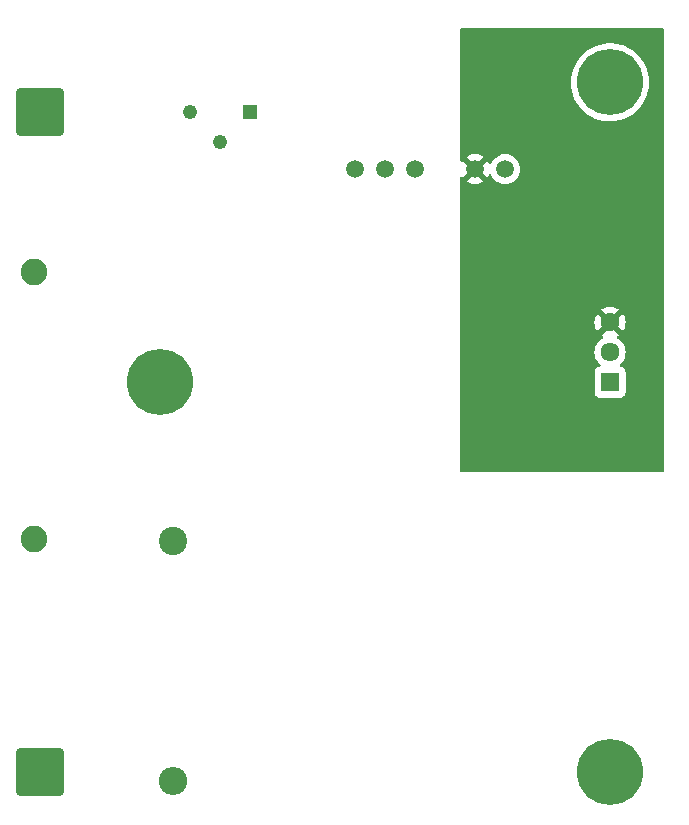
<source format=gbr>
%TF.GenerationSoftware,KiCad,Pcbnew,(6.0.8)*%
%TF.CreationDate,2023-01-11T15:10:28+01:00*%
%TF.ProjectId,TSAL_Voltage_Sensor,5453414c-5f56-46f6-9c74-6167655f5365,rev?*%
%TF.SameCoordinates,Original*%
%TF.FileFunction,Copper,L2,Bot*%
%TF.FilePolarity,Positive*%
%FSLAX46Y46*%
G04 Gerber Fmt 4.6, Leading zero omitted, Abs format (unit mm)*
G04 Created by KiCad (PCBNEW (6.0.8)) date 2023-01-11 15:10:28*
%MOMM*%
%LPD*%
G01*
G04 APERTURE LIST*
G04 Aperture macros list*
%AMRoundRect*
0 Rectangle with rounded corners*
0 $1 Rounding radius*
0 $2 $3 $4 $5 $6 $7 $8 $9 X,Y pos of 4 corners*
0 Add a 4 corners polygon primitive as box body*
4,1,4,$2,$3,$4,$5,$6,$7,$8,$9,$2,$3,0*
0 Add four circle primitives for the rounded corners*
1,1,$1+$1,$2,$3*
1,1,$1+$1,$4,$5*
1,1,$1+$1,$6,$7*
1,1,$1+$1,$8,$9*
0 Add four rect primitives between the rounded corners*
20,1,$1+$1,$2,$3,$4,$5,0*
20,1,$1+$1,$4,$5,$6,$7,0*
20,1,$1+$1,$6,$7,$8,$9,0*
20,1,$1+$1,$8,$9,$2,$3,0*%
G04 Aperture macros list end*
%TA.AperFunction,ComponentPad*%
%ADD10R,1.217000X1.217000*%
%TD*%
%TA.AperFunction,ComponentPad*%
%ADD11C,1.217000*%
%TD*%
%TA.AperFunction,ComponentPad*%
%ADD12C,5.600000*%
%TD*%
%TA.AperFunction,ComponentPad*%
%ADD13R,1.610000X1.610000*%
%TD*%
%TA.AperFunction,ComponentPad*%
%ADD14C,1.610000*%
%TD*%
%TA.AperFunction,ComponentPad*%
%ADD15RoundRect,0.250000X-1.750000X-1.750000X1.750000X-1.750000X1.750000X1.750000X-1.750000X1.750000X0*%
%TD*%
%TA.AperFunction,ComponentPad*%
%ADD16C,2.250000*%
%TD*%
%TA.AperFunction,ComponentPad*%
%ADD17C,2.400000*%
%TD*%
%TA.AperFunction,ComponentPad*%
%ADD18O,2.400000X2.400000*%
%TD*%
%TA.AperFunction,ComponentPad*%
%ADD19C,1.500000*%
%TD*%
G04 APERTURE END LIST*
D10*
%TO.P,RV1,1,CCW*%
%TO.N,0*%
X101600000Y-63500000D03*
D11*
%TO.P,RV1,2,WIPER*%
%TO.N,Net-(CP1-Pad4)*%
X99060000Y-66040000D03*
%TO.P,RV1,3,CW*%
%TO.N,+5V*%
X96520000Y-63500000D03*
%TD*%
D12*
%TO.P,REF\u002A\u002A,1*%
%TO.N,N/C*%
X93980000Y-86360000D03*
%TD*%
%TO.P,,1*%
%TO.N,N/C*%
X132080000Y-119380000D03*
%TD*%
D13*
%TO.P,J1,1,1*%
%TO.N,Exit*%
X132080000Y-86360000D03*
D14*
%TO.P,J1,2,2*%
%TO.N,+5VA*%
X132080000Y-83820000D03*
%TO.P,J1,3,3*%
%TO.N,GND*%
X132080000Y-81280000D03*
%TD*%
D15*
%TO.P,TP2,1,1*%
%TO.N,0*%
X83820000Y-63500000D03*
%TD*%
%TO.P,TP1,1,1*%
%TO.N,+BATT*%
X83820000Y-119380000D03*
%TD*%
D16*
%TO.P,F1,1*%
%TO.N,Net-(F1-Pad1)*%
X83339117Y-99600885D03*
%TO.P,F1,2*%
%TO.N,Net-(CP1-Pad3)*%
X83339117Y-77000885D03*
%TD*%
D12*
%TO.P,,1*%
%TO.N,N/C*%
X132080000Y-60960000D03*
%TD*%
D17*
%TO.P,R1,1*%
%TO.N,Net-(F1-Pad1)*%
X95085306Y-99757822D03*
D18*
%TO.P,R1,2*%
%TO.N,+BATT*%
X95085306Y-120077822D03*
%TD*%
D19*
%TO.P,PS1,1,VIN*%
%TO.N,+5VA*%
X123190000Y-68315000D03*
%TO.P,PS1,2,GND*%
%TO.N,GND*%
X120650000Y-68315000D03*
%TO.P,PS1,4,0V*%
%TO.N,0*%
X115570000Y-68315000D03*
%TO.P,PS1,5,NO_PIN*%
%TO.N,unconnected-(PS1-Pad5)*%
X113030000Y-68315000D03*
%TO.P,PS1,6,+VO*%
%TO.N,+5V*%
X110490000Y-68315000D03*
%TD*%
%TA.AperFunction,Conductor*%
%TO.N,GND*%
G36*
X136593621Y-56408502D02*
G01*
X136640114Y-56462158D01*
X136651500Y-56514500D01*
X136651500Y-93854000D01*
X136631498Y-93922121D01*
X136577842Y-93968614D01*
X136525500Y-93980000D01*
X119506000Y-93980000D01*
X119437879Y-93959998D01*
X119391386Y-93906342D01*
X119380000Y-93854000D01*
X119380000Y-83820000D01*
X130761483Y-83820000D01*
X130781514Y-84048958D01*
X130840999Y-84270959D01*
X130938131Y-84479258D01*
X131069957Y-84667526D01*
X131232474Y-84830043D01*
X131235007Y-84831817D01*
X131273921Y-84890305D01*
X131275047Y-84961293D01*
X131237616Y-85021621D01*
X131179494Y-85047515D01*
X131180222Y-85050575D01*
X131172540Y-85052402D01*
X131164684Y-85053255D01*
X131028295Y-85104385D01*
X130911739Y-85191739D01*
X130824385Y-85308295D01*
X130773255Y-85444684D01*
X130766500Y-85506866D01*
X130766500Y-87213134D01*
X130773255Y-87275316D01*
X130824385Y-87411705D01*
X130911739Y-87528261D01*
X131028295Y-87615615D01*
X131164684Y-87666745D01*
X131226866Y-87673500D01*
X132933134Y-87673500D01*
X132995316Y-87666745D01*
X133131705Y-87615615D01*
X133248261Y-87528261D01*
X133335615Y-87411705D01*
X133386745Y-87275316D01*
X133393500Y-87213134D01*
X133393500Y-85506866D01*
X133386745Y-85444684D01*
X133335615Y-85308295D01*
X133248261Y-85191739D01*
X133131705Y-85104385D01*
X132995316Y-85053255D01*
X132987460Y-85052402D01*
X132979778Y-85050575D01*
X132980427Y-85047847D01*
X132927209Y-85025723D01*
X132886793Y-84967352D01*
X132884351Y-84896398D01*
X132925033Y-84831789D01*
X132927526Y-84830043D01*
X133090043Y-84667526D01*
X133221869Y-84479258D01*
X133319001Y-84270959D01*
X133378486Y-84048958D01*
X133398517Y-83820000D01*
X133378486Y-83591042D01*
X133319001Y-83369041D01*
X133221869Y-83160742D01*
X133090043Y-82972474D01*
X132927526Y-82809957D01*
X132923018Y-82806800D01*
X132923015Y-82806798D01*
X132743768Y-82681288D01*
X132743765Y-82681286D01*
X132739259Y-82678131D01*
X132708781Y-82663919D01*
X132655496Y-82617002D01*
X132636035Y-82548725D01*
X132656577Y-82480765D01*
X132708781Y-82435529D01*
X132734023Y-82423758D01*
X132743513Y-82418280D01*
X132796640Y-82381080D01*
X132805014Y-82370604D01*
X132797948Y-82357159D01*
X132092811Y-81652021D01*
X132078868Y-81644408D01*
X132077034Y-81644539D01*
X132070420Y-81648790D01*
X131361329Y-82357882D01*
X131354902Y-82369652D01*
X131364198Y-82381667D01*
X131416487Y-82418280D01*
X131425977Y-82423758D01*
X131451219Y-82435529D01*
X131504504Y-82482446D01*
X131523965Y-82550723D01*
X131503423Y-82618683D01*
X131451220Y-82663918D01*
X131425728Y-82675805D01*
X131425719Y-82675810D01*
X131420742Y-82678131D01*
X131232474Y-82809957D01*
X131069957Y-82972474D01*
X130938131Y-83160742D01*
X130840999Y-83369041D01*
X130781514Y-83591042D01*
X130761483Y-83820000D01*
X119380000Y-83820000D01*
X119380000Y-81285475D01*
X130762464Y-81285475D01*
X130781530Y-81503391D01*
X130783433Y-81514186D01*
X130840048Y-81725478D01*
X130843794Y-81735770D01*
X130936240Y-81934020D01*
X130941723Y-81943515D01*
X130978920Y-81996638D01*
X130989397Y-82005013D01*
X131002843Y-81997946D01*
X131707979Y-81292811D01*
X131714356Y-81281132D01*
X132444408Y-81281132D01*
X132444539Y-81282966D01*
X132448790Y-81289580D01*
X133157881Y-81998670D01*
X133169651Y-82005097D01*
X133181665Y-81995803D01*
X133218277Y-81943515D01*
X133223760Y-81934020D01*
X133316206Y-81735770D01*
X133319952Y-81725478D01*
X133376567Y-81514186D01*
X133378470Y-81503391D01*
X133397536Y-81285475D01*
X133397536Y-81274525D01*
X133378470Y-81056609D01*
X133376567Y-81045814D01*
X133319952Y-80834522D01*
X133316206Y-80824230D01*
X133223760Y-80625980D01*
X133218277Y-80616485D01*
X133181080Y-80563362D01*
X133170603Y-80554987D01*
X133157157Y-80562054D01*
X132452021Y-81267189D01*
X132444408Y-81281132D01*
X131714356Y-81281132D01*
X131715592Y-81278868D01*
X131715461Y-81277034D01*
X131711210Y-81270420D01*
X131002119Y-80561330D01*
X130990349Y-80554903D01*
X130978335Y-80564197D01*
X130941723Y-80616485D01*
X130936240Y-80625980D01*
X130843794Y-80824230D01*
X130840048Y-80834522D01*
X130783433Y-81045814D01*
X130781530Y-81056609D01*
X130762464Y-81274525D01*
X130762464Y-81285475D01*
X119380000Y-81285475D01*
X119380000Y-80189397D01*
X131354987Y-80189397D01*
X131362054Y-80202843D01*
X132067189Y-80907979D01*
X132081132Y-80915592D01*
X132082966Y-80915461D01*
X132089580Y-80911210D01*
X132798671Y-80202118D01*
X132805098Y-80190348D01*
X132795802Y-80178333D01*
X132743513Y-80141720D01*
X132734023Y-80136241D01*
X132535770Y-80043794D01*
X132525478Y-80040048D01*
X132314186Y-79983433D01*
X132303391Y-79981530D01*
X132085475Y-79962464D01*
X132074525Y-79962464D01*
X131856609Y-79981530D01*
X131845814Y-79983433D01*
X131634522Y-80040048D01*
X131624230Y-80043794D01*
X131425980Y-80136240D01*
X131416485Y-80141723D01*
X131363362Y-80178920D01*
X131354987Y-80189397D01*
X119380000Y-80189397D01*
X119380000Y-69365161D01*
X119964393Y-69365161D01*
X119973687Y-69377175D01*
X120014088Y-69405464D01*
X120023584Y-69410947D01*
X120213113Y-69499326D01*
X120223405Y-69503072D01*
X120425401Y-69557196D01*
X120436196Y-69559099D01*
X120644525Y-69577326D01*
X120655475Y-69577326D01*
X120863804Y-69559099D01*
X120874599Y-69557196D01*
X121076595Y-69503072D01*
X121086887Y-69499326D01*
X121276416Y-69410947D01*
X121285912Y-69405464D01*
X121327148Y-69376590D01*
X121335523Y-69366112D01*
X121328457Y-69352668D01*
X120662811Y-68687021D01*
X120648868Y-68679408D01*
X120647034Y-68679539D01*
X120640420Y-68683790D01*
X119970820Y-69353391D01*
X119964393Y-69365161D01*
X119380000Y-69365161D01*
X119380000Y-69087582D01*
X119400002Y-69019461D01*
X119453658Y-68972968D01*
X119523932Y-68962864D01*
X119584671Y-68989160D01*
X119598887Y-69000523D01*
X119612334Y-68993455D01*
X120277979Y-68327811D01*
X120284356Y-68316132D01*
X121014408Y-68316132D01*
X121014539Y-68317966D01*
X121018790Y-68324580D01*
X121688391Y-68994180D01*
X121700161Y-69000607D01*
X121712176Y-68991311D01*
X121740466Y-68950907D01*
X121745946Y-68941417D01*
X121805529Y-68813640D01*
X121852446Y-68760355D01*
X121920724Y-68740894D01*
X121988684Y-68761436D01*
X122033919Y-68813640D01*
X122093618Y-68941666D01*
X122093621Y-68941671D01*
X122095944Y-68946653D01*
X122099100Y-68951160D01*
X122099101Y-68951162D01*
X122194624Y-69087582D01*
X122222251Y-69127038D01*
X122377962Y-69282749D01*
X122558346Y-69409056D01*
X122757924Y-69502120D01*
X122970629Y-69559115D01*
X123190000Y-69578307D01*
X123409371Y-69559115D01*
X123622076Y-69502120D01*
X123821654Y-69409056D01*
X124002038Y-69282749D01*
X124157749Y-69127038D01*
X124185377Y-69087582D01*
X124280899Y-68951162D01*
X124280900Y-68951160D01*
X124284056Y-68946653D01*
X124286379Y-68941671D01*
X124286382Y-68941666D01*
X124346081Y-68813640D01*
X124377120Y-68747076D01*
X124434115Y-68534371D01*
X124453307Y-68315000D01*
X124434115Y-68095629D01*
X124377120Y-67882924D01*
X124286498Y-67688583D01*
X124286382Y-67688334D01*
X124286379Y-67688329D01*
X124284056Y-67683347D01*
X124255345Y-67642343D01*
X124160908Y-67507473D01*
X124160906Y-67507470D01*
X124157749Y-67502962D01*
X124002038Y-67347251D01*
X123821654Y-67220944D01*
X123622076Y-67127880D01*
X123409371Y-67070885D01*
X123190000Y-67051693D01*
X122970629Y-67070885D01*
X122757924Y-67127880D01*
X122664562Y-67171415D01*
X122563334Y-67218618D01*
X122563329Y-67218621D01*
X122558347Y-67220944D01*
X122553840Y-67224100D01*
X122553838Y-67224101D01*
X122382473Y-67344092D01*
X122382470Y-67344094D01*
X122377962Y-67347251D01*
X122222251Y-67502962D01*
X122219094Y-67507470D01*
X122219092Y-67507473D01*
X122124655Y-67642343D01*
X122095944Y-67683347D01*
X122093621Y-67688329D01*
X122093618Y-67688334D01*
X122033919Y-67816360D01*
X121987002Y-67869645D01*
X121918724Y-67889106D01*
X121850764Y-67868564D01*
X121805529Y-67816360D01*
X121745946Y-67688583D01*
X121740466Y-67679093D01*
X121711589Y-67637851D01*
X121701113Y-67629477D01*
X121687666Y-67636545D01*
X121022021Y-68302189D01*
X121014408Y-68316132D01*
X120284356Y-68316132D01*
X120285592Y-68313868D01*
X120285461Y-68312034D01*
X120281210Y-68305420D01*
X119611609Y-67635820D01*
X119599839Y-67629393D01*
X119583101Y-67642343D01*
X119516983Y-67668206D01*
X119447378Y-67654218D01*
X119396385Y-67604819D01*
X119380000Y-67542686D01*
X119380000Y-67263887D01*
X119964477Y-67263887D01*
X119971545Y-67277334D01*
X120637189Y-67942979D01*
X120651132Y-67950592D01*
X120652966Y-67950461D01*
X120659580Y-67946210D01*
X121329180Y-67276609D01*
X121335607Y-67264839D01*
X121326313Y-67252825D01*
X121285912Y-67224536D01*
X121276416Y-67219053D01*
X121086887Y-67130674D01*
X121076595Y-67126928D01*
X120874599Y-67072804D01*
X120863804Y-67070901D01*
X120655475Y-67052674D01*
X120644525Y-67052674D01*
X120436196Y-67070901D01*
X120425401Y-67072804D01*
X120223405Y-67126928D01*
X120213113Y-67130674D01*
X120023583Y-67219054D01*
X120014093Y-67224534D01*
X119972851Y-67253411D01*
X119964477Y-67263887D01*
X119380000Y-67263887D01*
X119380000Y-60948434D01*
X128766661Y-60948434D01*
X128784792Y-61306340D01*
X128785329Y-61309695D01*
X128785330Y-61309701D01*
X128790316Y-61340828D01*
X128841470Y-61660195D01*
X128936033Y-62005859D01*
X129067374Y-62339288D01*
X129233957Y-62656582D01*
X129235858Y-62659411D01*
X129235864Y-62659421D01*
X129419569Y-62932800D01*
X129433834Y-62954029D01*
X129664665Y-63228150D01*
X129923751Y-63475738D01*
X130208061Y-63693897D01*
X130240056Y-63713350D01*
X130511355Y-63878303D01*
X130511360Y-63878306D01*
X130514270Y-63880075D01*
X130517358Y-63881521D01*
X130517357Y-63881521D01*
X130835710Y-64030649D01*
X130835720Y-64030653D01*
X130838794Y-64032093D01*
X130842012Y-64033195D01*
X130842015Y-64033196D01*
X131174615Y-64147071D01*
X131174623Y-64147073D01*
X131177838Y-64148174D01*
X131527435Y-64226959D01*
X131579728Y-64232917D01*
X131880114Y-64267142D01*
X131880122Y-64267142D01*
X131883497Y-64267527D01*
X131886901Y-64267545D01*
X131886904Y-64267545D01*
X132081227Y-64268562D01*
X132241857Y-64269403D01*
X132245243Y-64269053D01*
X132245245Y-64269053D01*
X132594932Y-64232917D01*
X132594941Y-64232916D01*
X132598324Y-64232566D01*
X132601657Y-64231852D01*
X132601660Y-64231851D01*
X132774186Y-64194864D01*
X132948727Y-64157446D01*
X133288968Y-64044922D01*
X133615066Y-63896311D01*
X133709052Y-63840506D01*
X133920262Y-63715099D01*
X133920267Y-63715096D01*
X133923207Y-63713350D01*
X134209786Y-63498180D01*
X134471451Y-63253319D01*
X134705140Y-62981630D01*
X134811750Y-62826512D01*
X134906190Y-62689101D01*
X134906195Y-62689094D01*
X134908120Y-62686292D01*
X134909732Y-62683298D01*
X134909737Y-62683290D01*
X135076395Y-62373772D01*
X135078017Y-62370760D01*
X135212842Y-62038724D01*
X135223142Y-62002568D01*
X135243527Y-61931006D01*
X135311020Y-61694070D01*
X135371401Y-61340828D01*
X135373511Y-61306340D01*
X135393168Y-60984928D01*
X135393278Y-60983131D01*
X135393359Y-60960000D01*
X135373979Y-60602159D01*
X135316066Y-60248505D01*
X135220297Y-59903173D01*
X135217243Y-59895497D01*
X135089052Y-59573369D01*
X135087793Y-59570205D01*
X135057768Y-59513498D01*
X134921702Y-59256513D01*
X134921698Y-59256506D01*
X134920103Y-59253494D01*
X134719190Y-58956746D01*
X134487403Y-58683432D01*
X134227454Y-58436750D01*
X133942384Y-58219585D01*
X133939472Y-58217828D01*
X133939467Y-58217825D01*
X133638443Y-58036236D01*
X133638437Y-58036233D01*
X133635528Y-58034478D01*
X133310475Y-57883593D01*
X133140751Y-57826145D01*
X132974255Y-57769789D01*
X132974250Y-57769788D01*
X132971028Y-57768697D01*
X132772681Y-57724724D01*
X132624493Y-57691871D01*
X132624487Y-57691870D01*
X132621158Y-57691132D01*
X132617769Y-57690758D01*
X132617764Y-57690757D01*
X132268338Y-57652180D01*
X132268333Y-57652180D01*
X132264957Y-57651807D01*
X132261558Y-57651801D01*
X132261557Y-57651801D01*
X132092080Y-57651505D01*
X131906592Y-57651182D01*
X131793413Y-57663277D01*
X131553639Y-57688901D01*
X131553631Y-57688902D01*
X131550256Y-57689263D01*
X131200117Y-57765606D01*
X130860271Y-57879317D01*
X130857178Y-57880739D01*
X130857177Y-57880740D01*
X130850974Y-57883593D01*
X130534694Y-58029066D01*
X130227193Y-58213101D01*
X130224467Y-58215163D01*
X130224465Y-58215164D01*
X130218620Y-58219585D01*
X129941367Y-58429270D01*
X129680559Y-58675043D01*
X129447819Y-58947546D01*
X129445900Y-58950358D01*
X129445897Y-58950363D01*
X129352624Y-59087097D01*
X129245871Y-59243591D01*
X129077077Y-59559714D01*
X128943411Y-59892218D01*
X128942491Y-59895492D01*
X128942489Y-59895497D01*
X128940332Y-59903173D01*
X128846437Y-60237213D01*
X128787290Y-60590663D01*
X128766661Y-60948434D01*
X119380000Y-60948434D01*
X119380000Y-56514500D01*
X119400002Y-56446379D01*
X119453658Y-56399886D01*
X119506000Y-56388500D01*
X136525500Y-56388500D01*
X136593621Y-56408502D01*
G37*
%TD.AperFunction*%
%TD*%
M02*

</source>
